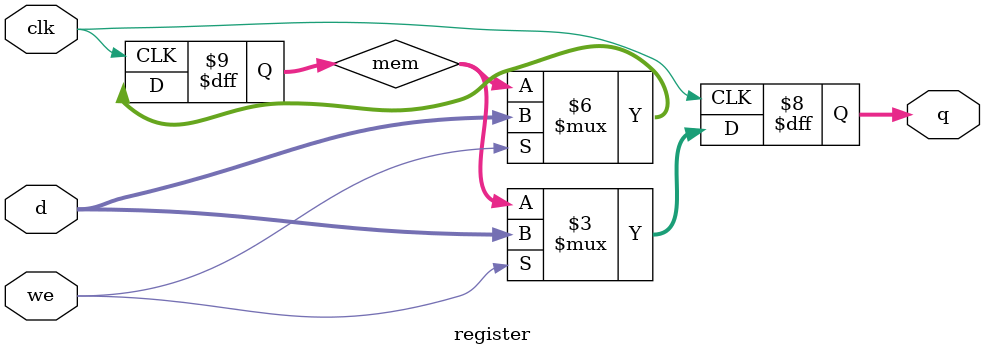
<source format=v>
module register (
    output reg [15:0] q,
    input [15:0] d,
    input we, clk
);

    reg [15:0] mem;
    
    always @ (posedge clk) begin
        if (we) begin
            mem <= d;
            q <= d;
        end else begin
            q <= mem; 
        end
    end
    
endmodule

</source>
